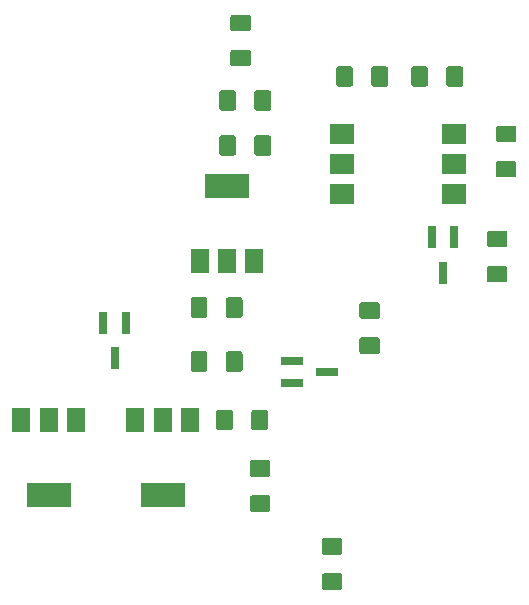
<source format=gbr>
G04 #@! TF.GenerationSoftware,KiCad,Pcbnew,(5.1.2)-2*
G04 #@! TF.CreationDate,2019-08-08T10:37:34+12:00*
G04 #@! TF.ProjectId,Shutter_Driver,53687574-7465-4725-9f44-72697665722e,rev?*
G04 #@! TF.SameCoordinates,Original*
G04 #@! TF.FileFunction,Paste,Top*
G04 #@! TF.FilePolarity,Positive*
%FSLAX46Y46*%
G04 Gerber Fmt 4.6, Leading zero omitted, Abs format (unit mm)*
G04 Created by KiCad (PCBNEW (5.1.2)-2) date 2019-08-08 10:37:34*
%MOMM*%
%LPD*%
G04 APERTURE LIST*
%ADD10R,2.000000X1.780000*%
%ADD11C,0.100000*%
%ADD12C,1.425000*%
%ADD13R,1.500000X2.000000*%
%ADD14R,3.800000X2.000000*%
%ADD15R,1.900000X0.800000*%
%ADD16R,0.800000X1.900000*%
G04 APERTURE END LIST*
D10*
X96332000Y-58674000D03*
X86802000Y-63754000D03*
X96332000Y-61214000D03*
X86802000Y-61214000D03*
X96332000Y-63754000D03*
X86802000Y-58674000D03*
D11*
G36*
X77358504Y-82057204D02*
G01*
X77382773Y-82060804D01*
X77406571Y-82066765D01*
X77429671Y-82075030D01*
X77451849Y-82085520D01*
X77472893Y-82098133D01*
X77492598Y-82112747D01*
X77510777Y-82129223D01*
X77527253Y-82147402D01*
X77541867Y-82167107D01*
X77554480Y-82188151D01*
X77564970Y-82210329D01*
X77573235Y-82233429D01*
X77579196Y-82257227D01*
X77582796Y-82281496D01*
X77584000Y-82306000D01*
X77584000Y-83556000D01*
X77582796Y-83580504D01*
X77579196Y-83604773D01*
X77573235Y-83628571D01*
X77564970Y-83651671D01*
X77554480Y-83673849D01*
X77541867Y-83694893D01*
X77527253Y-83714598D01*
X77510777Y-83732777D01*
X77492598Y-83749253D01*
X77472893Y-83763867D01*
X77451849Y-83776480D01*
X77429671Y-83786970D01*
X77406571Y-83795235D01*
X77382773Y-83801196D01*
X77358504Y-83804796D01*
X77334000Y-83806000D01*
X76409000Y-83806000D01*
X76384496Y-83804796D01*
X76360227Y-83801196D01*
X76336429Y-83795235D01*
X76313329Y-83786970D01*
X76291151Y-83776480D01*
X76270107Y-83763867D01*
X76250402Y-83749253D01*
X76232223Y-83732777D01*
X76215747Y-83714598D01*
X76201133Y-83694893D01*
X76188520Y-83673849D01*
X76178030Y-83651671D01*
X76169765Y-83628571D01*
X76163804Y-83604773D01*
X76160204Y-83580504D01*
X76159000Y-83556000D01*
X76159000Y-82306000D01*
X76160204Y-82281496D01*
X76163804Y-82257227D01*
X76169765Y-82233429D01*
X76178030Y-82210329D01*
X76188520Y-82188151D01*
X76201133Y-82167107D01*
X76215747Y-82147402D01*
X76232223Y-82129223D01*
X76250402Y-82112747D01*
X76270107Y-82098133D01*
X76291151Y-82085520D01*
X76313329Y-82075030D01*
X76336429Y-82066765D01*
X76360227Y-82060804D01*
X76384496Y-82057204D01*
X76409000Y-82056000D01*
X77334000Y-82056000D01*
X77358504Y-82057204D01*
X77358504Y-82057204D01*
G37*
D12*
X76871500Y-82931000D03*
D11*
G36*
X80333504Y-82057204D02*
G01*
X80357773Y-82060804D01*
X80381571Y-82066765D01*
X80404671Y-82075030D01*
X80426849Y-82085520D01*
X80447893Y-82098133D01*
X80467598Y-82112747D01*
X80485777Y-82129223D01*
X80502253Y-82147402D01*
X80516867Y-82167107D01*
X80529480Y-82188151D01*
X80539970Y-82210329D01*
X80548235Y-82233429D01*
X80554196Y-82257227D01*
X80557796Y-82281496D01*
X80559000Y-82306000D01*
X80559000Y-83556000D01*
X80557796Y-83580504D01*
X80554196Y-83604773D01*
X80548235Y-83628571D01*
X80539970Y-83651671D01*
X80529480Y-83673849D01*
X80516867Y-83694893D01*
X80502253Y-83714598D01*
X80485777Y-83732777D01*
X80467598Y-83749253D01*
X80447893Y-83763867D01*
X80426849Y-83776480D01*
X80404671Y-83786970D01*
X80381571Y-83795235D01*
X80357773Y-83801196D01*
X80333504Y-83804796D01*
X80309000Y-83806000D01*
X79384000Y-83806000D01*
X79359496Y-83804796D01*
X79335227Y-83801196D01*
X79311429Y-83795235D01*
X79288329Y-83786970D01*
X79266151Y-83776480D01*
X79245107Y-83763867D01*
X79225402Y-83749253D01*
X79207223Y-83732777D01*
X79190747Y-83714598D01*
X79176133Y-83694893D01*
X79163520Y-83673849D01*
X79153030Y-83651671D01*
X79144765Y-83628571D01*
X79138804Y-83604773D01*
X79135204Y-83580504D01*
X79134000Y-83556000D01*
X79134000Y-82306000D01*
X79135204Y-82281496D01*
X79138804Y-82257227D01*
X79144765Y-82233429D01*
X79153030Y-82210329D01*
X79163520Y-82188151D01*
X79176133Y-82167107D01*
X79190747Y-82147402D01*
X79207223Y-82129223D01*
X79225402Y-82112747D01*
X79245107Y-82098133D01*
X79266151Y-82085520D01*
X79288329Y-82075030D01*
X79311429Y-82066765D01*
X79335227Y-82060804D01*
X79359496Y-82057204D01*
X79384000Y-82056000D01*
X80309000Y-82056000D01*
X80333504Y-82057204D01*
X80333504Y-82057204D01*
G37*
D12*
X79846500Y-82931000D03*
D11*
G36*
X89803504Y-72948704D02*
G01*
X89827773Y-72952304D01*
X89851571Y-72958265D01*
X89874671Y-72966530D01*
X89896849Y-72977020D01*
X89917893Y-72989633D01*
X89937598Y-73004247D01*
X89955777Y-73020723D01*
X89972253Y-73038902D01*
X89986867Y-73058607D01*
X89999480Y-73079651D01*
X90009970Y-73101829D01*
X90018235Y-73124929D01*
X90024196Y-73148727D01*
X90027796Y-73172996D01*
X90029000Y-73197500D01*
X90029000Y-74122500D01*
X90027796Y-74147004D01*
X90024196Y-74171273D01*
X90018235Y-74195071D01*
X90009970Y-74218171D01*
X89999480Y-74240349D01*
X89986867Y-74261393D01*
X89972253Y-74281098D01*
X89955777Y-74299277D01*
X89937598Y-74315753D01*
X89917893Y-74330367D01*
X89896849Y-74342980D01*
X89874671Y-74353470D01*
X89851571Y-74361735D01*
X89827773Y-74367696D01*
X89803504Y-74371296D01*
X89779000Y-74372500D01*
X88529000Y-74372500D01*
X88504496Y-74371296D01*
X88480227Y-74367696D01*
X88456429Y-74361735D01*
X88433329Y-74353470D01*
X88411151Y-74342980D01*
X88390107Y-74330367D01*
X88370402Y-74315753D01*
X88352223Y-74299277D01*
X88335747Y-74281098D01*
X88321133Y-74261393D01*
X88308520Y-74240349D01*
X88298030Y-74218171D01*
X88289765Y-74195071D01*
X88283804Y-74171273D01*
X88280204Y-74147004D01*
X88279000Y-74122500D01*
X88279000Y-73197500D01*
X88280204Y-73172996D01*
X88283804Y-73148727D01*
X88289765Y-73124929D01*
X88298030Y-73101829D01*
X88308520Y-73079651D01*
X88321133Y-73058607D01*
X88335747Y-73038902D01*
X88352223Y-73020723D01*
X88370402Y-73004247D01*
X88390107Y-72989633D01*
X88411151Y-72977020D01*
X88433329Y-72966530D01*
X88456429Y-72958265D01*
X88480227Y-72952304D01*
X88504496Y-72948704D01*
X88529000Y-72947500D01*
X89779000Y-72947500D01*
X89803504Y-72948704D01*
X89803504Y-72948704D01*
G37*
D12*
X89154000Y-73660000D03*
D11*
G36*
X89803504Y-75923704D02*
G01*
X89827773Y-75927304D01*
X89851571Y-75933265D01*
X89874671Y-75941530D01*
X89896849Y-75952020D01*
X89917893Y-75964633D01*
X89937598Y-75979247D01*
X89955777Y-75995723D01*
X89972253Y-76013902D01*
X89986867Y-76033607D01*
X89999480Y-76054651D01*
X90009970Y-76076829D01*
X90018235Y-76099929D01*
X90024196Y-76123727D01*
X90027796Y-76147996D01*
X90029000Y-76172500D01*
X90029000Y-77097500D01*
X90027796Y-77122004D01*
X90024196Y-77146273D01*
X90018235Y-77170071D01*
X90009970Y-77193171D01*
X89999480Y-77215349D01*
X89986867Y-77236393D01*
X89972253Y-77256098D01*
X89955777Y-77274277D01*
X89937598Y-77290753D01*
X89917893Y-77305367D01*
X89896849Y-77317980D01*
X89874671Y-77328470D01*
X89851571Y-77336735D01*
X89827773Y-77342696D01*
X89803504Y-77346296D01*
X89779000Y-77347500D01*
X88529000Y-77347500D01*
X88504496Y-77346296D01*
X88480227Y-77342696D01*
X88456429Y-77336735D01*
X88433329Y-77328470D01*
X88411151Y-77317980D01*
X88390107Y-77305367D01*
X88370402Y-77290753D01*
X88352223Y-77274277D01*
X88335747Y-77256098D01*
X88321133Y-77236393D01*
X88308520Y-77215349D01*
X88298030Y-77193171D01*
X88289765Y-77170071D01*
X88283804Y-77146273D01*
X88280204Y-77122004D01*
X88279000Y-77097500D01*
X88279000Y-76172500D01*
X88280204Y-76147996D01*
X88283804Y-76123727D01*
X88289765Y-76099929D01*
X88298030Y-76076829D01*
X88308520Y-76054651D01*
X88321133Y-76033607D01*
X88335747Y-76013902D01*
X88352223Y-75995723D01*
X88370402Y-75979247D01*
X88390107Y-75964633D01*
X88411151Y-75952020D01*
X88433329Y-75941530D01*
X88456429Y-75933265D01*
X88480227Y-75927304D01*
X88504496Y-75923704D01*
X88529000Y-75922500D01*
X89779000Y-75922500D01*
X89803504Y-75923704D01*
X89803504Y-75923704D01*
G37*
D12*
X89154000Y-76635000D03*
D13*
X73928000Y-82956000D03*
X69328000Y-82956000D03*
X71628000Y-82956000D03*
D14*
X71628000Y-89256000D03*
D13*
X64276000Y-82956000D03*
X59676000Y-82956000D03*
X61976000Y-82956000D03*
D14*
X61976000Y-89256000D03*
D13*
X74789000Y-69444000D03*
X79389000Y-69444000D03*
X77089000Y-69444000D03*
D14*
X77089000Y-63144000D03*
D11*
G36*
X101360504Y-57999204D02*
G01*
X101384773Y-58002804D01*
X101408571Y-58008765D01*
X101431671Y-58017030D01*
X101453849Y-58027520D01*
X101474893Y-58040133D01*
X101494598Y-58054747D01*
X101512777Y-58071223D01*
X101529253Y-58089402D01*
X101543867Y-58109107D01*
X101556480Y-58130151D01*
X101566970Y-58152329D01*
X101575235Y-58175429D01*
X101581196Y-58199227D01*
X101584796Y-58223496D01*
X101586000Y-58248000D01*
X101586000Y-59173000D01*
X101584796Y-59197504D01*
X101581196Y-59221773D01*
X101575235Y-59245571D01*
X101566970Y-59268671D01*
X101556480Y-59290849D01*
X101543867Y-59311893D01*
X101529253Y-59331598D01*
X101512777Y-59349777D01*
X101494598Y-59366253D01*
X101474893Y-59380867D01*
X101453849Y-59393480D01*
X101431671Y-59403970D01*
X101408571Y-59412235D01*
X101384773Y-59418196D01*
X101360504Y-59421796D01*
X101336000Y-59423000D01*
X100086000Y-59423000D01*
X100061496Y-59421796D01*
X100037227Y-59418196D01*
X100013429Y-59412235D01*
X99990329Y-59403970D01*
X99968151Y-59393480D01*
X99947107Y-59380867D01*
X99927402Y-59366253D01*
X99909223Y-59349777D01*
X99892747Y-59331598D01*
X99878133Y-59311893D01*
X99865520Y-59290849D01*
X99855030Y-59268671D01*
X99846765Y-59245571D01*
X99840804Y-59221773D01*
X99837204Y-59197504D01*
X99836000Y-59173000D01*
X99836000Y-58248000D01*
X99837204Y-58223496D01*
X99840804Y-58199227D01*
X99846765Y-58175429D01*
X99855030Y-58152329D01*
X99865520Y-58130151D01*
X99878133Y-58109107D01*
X99892747Y-58089402D01*
X99909223Y-58071223D01*
X99927402Y-58054747D01*
X99947107Y-58040133D01*
X99968151Y-58027520D01*
X99990329Y-58017030D01*
X100013429Y-58008765D01*
X100037227Y-58002804D01*
X100061496Y-57999204D01*
X100086000Y-57998000D01*
X101336000Y-57998000D01*
X101360504Y-57999204D01*
X101360504Y-57999204D01*
G37*
D12*
X100711000Y-58710500D03*
D11*
G36*
X101360504Y-60974204D02*
G01*
X101384773Y-60977804D01*
X101408571Y-60983765D01*
X101431671Y-60992030D01*
X101453849Y-61002520D01*
X101474893Y-61015133D01*
X101494598Y-61029747D01*
X101512777Y-61046223D01*
X101529253Y-61064402D01*
X101543867Y-61084107D01*
X101556480Y-61105151D01*
X101566970Y-61127329D01*
X101575235Y-61150429D01*
X101581196Y-61174227D01*
X101584796Y-61198496D01*
X101586000Y-61223000D01*
X101586000Y-62148000D01*
X101584796Y-62172504D01*
X101581196Y-62196773D01*
X101575235Y-62220571D01*
X101566970Y-62243671D01*
X101556480Y-62265849D01*
X101543867Y-62286893D01*
X101529253Y-62306598D01*
X101512777Y-62324777D01*
X101494598Y-62341253D01*
X101474893Y-62355867D01*
X101453849Y-62368480D01*
X101431671Y-62378970D01*
X101408571Y-62387235D01*
X101384773Y-62393196D01*
X101360504Y-62396796D01*
X101336000Y-62398000D01*
X100086000Y-62398000D01*
X100061496Y-62396796D01*
X100037227Y-62393196D01*
X100013429Y-62387235D01*
X99990329Y-62378970D01*
X99968151Y-62368480D01*
X99947107Y-62355867D01*
X99927402Y-62341253D01*
X99909223Y-62324777D01*
X99892747Y-62306598D01*
X99878133Y-62286893D01*
X99865520Y-62265849D01*
X99855030Y-62243671D01*
X99846765Y-62220571D01*
X99840804Y-62196773D01*
X99837204Y-62172504D01*
X99836000Y-62148000D01*
X99836000Y-61223000D01*
X99837204Y-61198496D01*
X99840804Y-61174227D01*
X99846765Y-61150429D01*
X99855030Y-61127329D01*
X99865520Y-61105151D01*
X99878133Y-61084107D01*
X99892747Y-61064402D01*
X99909223Y-61046223D01*
X99927402Y-61029747D01*
X99947107Y-61015133D01*
X99968151Y-61002520D01*
X99990329Y-60992030D01*
X100013429Y-60983765D01*
X100037227Y-60977804D01*
X100061496Y-60974204D01*
X100086000Y-60973000D01*
X101336000Y-60973000D01*
X101360504Y-60974204D01*
X101360504Y-60974204D01*
G37*
D12*
X100711000Y-61685500D03*
D15*
X85574000Y-78867000D03*
X82574000Y-79817000D03*
X82574000Y-77917000D03*
D16*
X95377000Y-70461000D03*
X94427000Y-67461000D03*
X96327000Y-67461000D03*
X67564000Y-77700000D03*
X66614000Y-74700000D03*
X68514000Y-74700000D03*
D11*
G36*
X78174504Y-77104204D02*
G01*
X78198773Y-77107804D01*
X78222571Y-77113765D01*
X78245671Y-77122030D01*
X78267849Y-77132520D01*
X78288893Y-77145133D01*
X78308598Y-77159747D01*
X78326777Y-77176223D01*
X78343253Y-77194402D01*
X78357867Y-77214107D01*
X78370480Y-77235151D01*
X78380970Y-77257329D01*
X78389235Y-77280429D01*
X78395196Y-77304227D01*
X78398796Y-77328496D01*
X78400000Y-77353000D01*
X78400000Y-78603000D01*
X78398796Y-78627504D01*
X78395196Y-78651773D01*
X78389235Y-78675571D01*
X78380970Y-78698671D01*
X78370480Y-78720849D01*
X78357867Y-78741893D01*
X78343253Y-78761598D01*
X78326777Y-78779777D01*
X78308598Y-78796253D01*
X78288893Y-78810867D01*
X78267849Y-78823480D01*
X78245671Y-78833970D01*
X78222571Y-78842235D01*
X78198773Y-78848196D01*
X78174504Y-78851796D01*
X78150000Y-78853000D01*
X77225000Y-78853000D01*
X77200496Y-78851796D01*
X77176227Y-78848196D01*
X77152429Y-78842235D01*
X77129329Y-78833970D01*
X77107151Y-78823480D01*
X77086107Y-78810867D01*
X77066402Y-78796253D01*
X77048223Y-78779777D01*
X77031747Y-78761598D01*
X77017133Y-78741893D01*
X77004520Y-78720849D01*
X76994030Y-78698671D01*
X76985765Y-78675571D01*
X76979804Y-78651773D01*
X76976204Y-78627504D01*
X76975000Y-78603000D01*
X76975000Y-77353000D01*
X76976204Y-77328496D01*
X76979804Y-77304227D01*
X76985765Y-77280429D01*
X76994030Y-77257329D01*
X77004520Y-77235151D01*
X77017133Y-77214107D01*
X77031747Y-77194402D01*
X77048223Y-77176223D01*
X77066402Y-77159747D01*
X77086107Y-77145133D01*
X77107151Y-77132520D01*
X77129329Y-77122030D01*
X77152429Y-77113765D01*
X77176227Y-77107804D01*
X77200496Y-77104204D01*
X77225000Y-77103000D01*
X78150000Y-77103000D01*
X78174504Y-77104204D01*
X78174504Y-77104204D01*
G37*
D12*
X77687500Y-77978000D03*
D11*
G36*
X75199504Y-77104204D02*
G01*
X75223773Y-77107804D01*
X75247571Y-77113765D01*
X75270671Y-77122030D01*
X75292849Y-77132520D01*
X75313893Y-77145133D01*
X75333598Y-77159747D01*
X75351777Y-77176223D01*
X75368253Y-77194402D01*
X75382867Y-77214107D01*
X75395480Y-77235151D01*
X75405970Y-77257329D01*
X75414235Y-77280429D01*
X75420196Y-77304227D01*
X75423796Y-77328496D01*
X75425000Y-77353000D01*
X75425000Y-78603000D01*
X75423796Y-78627504D01*
X75420196Y-78651773D01*
X75414235Y-78675571D01*
X75405970Y-78698671D01*
X75395480Y-78720849D01*
X75382867Y-78741893D01*
X75368253Y-78761598D01*
X75351777Y-78779777D01*
X75333598Y-78796253D01*
X75313893Y-78810867D01*
X75292849Y-78823480D01*
X75270671Y-78833970D01*
X75247571Y-78842235D01*
X75223773Y-78848196D01*
X75199504Y-78851796D01*
X75175000Y-78853000D01*
X74250000Y-78853000D01*
X74225496Y-78851796D01*
X74201227Y-78848196D01*
X74177429Y-78842235D01*
X74154329Y-78833970D01*
X74132151Y-78823480D01*
X74111107Y-78810867D01*
X74091402Y-78796253D01*
X74073223Y-78779777D01*
X74056747Y-78761598D01*
X74042133Y-78741893D01*
X74029520Y-78720849D01*
X74019030Y-78698671D01*
X74010765Y-78675571D01*
X74004804Y-78651773D01*
X74001204Y-78627504D01*
X74000000Y-78603000D01*
X74000000Y-77353000D01*
X74001204Y-77328496D01*
X74004804Y-77304227D01*
X74010765Y-77280429D01*
X74019030Y-77257329D01*
X74029520Y-77235151D01*
X74042133Y-77214107D01*
X74056747Y-77194402D01*
X74073223Y-77176223D01*
X74091402Y-77159747D01*
X74111107Y-77145133D01*
X74132151Y-77132520D01*
X74154329Y-77122030D01*
X74177429Y-77113765D01*
X74201227Y-77107804D01*
X74225496Y-77104204D01*
X74250000Y-77103000D01*
X75175000Y-77103000D01*
X75199504Y-77104204D01*
X75199504Y-77104204D01*
G37*
D12*
X74712500Y-77978000D03*
D11*
G36*
X80587504Y-58816204D02*
G01*
X80611773Y-58819804D01*
X80635571Y-58825765D01*
X80658671Y-58834030D01*
X80680849Y-58844520D01*
X80701893Y-58857133D01*
X80721598Y-58871747D01*
X80739777Y-58888223D01*
X80756253Y-58906402D01*
X80770867Y-58926107D01*
X80783480Y-58947151D01*
X80793970Y-58969329D01*
X80802235Y-58992429D01*
X80808196Y-59016227D01*
X80811796Y-59040496D01*
X80813000Y-59065000D01*
X80813000Y-60315000D01*
X80811796Y-60339504D01*
X80808196Y-60363773D01*
X80802235Y-60387571D01*
X80793970Y-60410671D01*
X80783480Y-60432849D01*
X80770867Y-60453893D01*
X80756253Y-60473598D01*
X80739777Y-60491777D01*
X80721598Y-60508253D01*
X80701893Y-60522867D01*
X80680849Y-60535480D01*
X80658671Y-60545970D01*
X80635571Y-60554235D01*
X80611773Y-60560196D01*
X80587504Y-60563796D01*
X80563000Y-60565000D01*
X79638000Y-60565000D01*
X79613496Y-60563796D01*
X79589227Y-60560196D01*
X79565429Y-60554235D01*
X79542329Y-60545970D01*
X79520151Y-60535480D01*
X79499107Y-60522867D01*
X79479402Y-60508253D01*
X79461223Y-60491777D01*
X79444747Y-60473598D01*
X79430133Y-60453893D01*
X79417520Y-60432849D01*
X79407030Y-60410671D01*
X79398765Y-60387571D01*
X79392804Y-60363773D01*
X79389204Y-60339504D01*
X79388000Y-60315000D01*
X79388000Y-59065000D01*
X79389204Y-59040496D01*
X79392804Y-59016227D01*
X79398765Y-58992429D01*
X79407030Y-58969329D01*
X79417520Y-58947151D01*
X79430133Y-58926107D01*
X79444747Y-58906402D01*
X79461223Y-58888223D01*
X79479402Y-58871747D01*
X79499107Y-58857133D01*
X79520151Y-58844520D01*
X79542329Y-58834030D01*
X79565429Y-58825765D01*
X79589227Y-58819804D01*
X79613496Y-58816204D01*
X79638000Y-58815000D01*
X80563000Y-58815000D01*
X80587504Y-58816204D01*
X80587504Y-58816204D01*
G37*
D12*
X80100500Y-59690000D03*
D11*
G36*
X77612504Y-58816204D02*
G01*
X77636773Y-58819804D01*
X77660571Y-58825765D01*
X77683671Y-58834030D01*
X77705849Y-58844520D01*
X77726893Y-58857133D01*
X77746598Y-58871747D01*
X77764777Y-58888223D01*
X77781253Y-58906402D01*
X77795867Y-58926107D01*
X77808480Y-58947151D01*
X77818970Y-58969329D01*
X77827235Y-58992429D01*
X77833196Y-59016227D01*
X77836796Y-59040496D01*
X77838000Y-59065000D01*
X77838000Y-60315000D01*
X77836796Y-60339504D01*
X77833196Y-60363773D01*
X77827235Y-60387571D01*
X77818970Y-60410671D01*
X77808480Y-60432849D01*
X77795867Y-60453893D01*
X77781253Y-60473598D01*
X77764777Y-60491777D01*
X77746598Y-60508253D01*
X77726893Y-60522867D01*
X77705849Y-60535480D01*
X77683671Y-60545970D01*
X77660571Y-60554235D01*
X77636773Y-60560196D01*
X77612504Y-60563796D01*
X77588000Y-60565000D01*
X76663000Y-60565000D01*
X76638496Y-60563796D01*
X76614227Y-60560196D01*
X76590429Y-60554235D01*
X76567329Y-60545970D01*
X76545151Y-60535480D01*
X76524107Y-60522867D01*
X76504402Y-60508253D01*
X76486223Y-60491777D01*
X76469747Y-60473598D01*
X76455133Y-60453893D01*
X76442520Y-60432849D01*
X76432030Y-60410671D01*
X76423765Y-60387571D01*
X76417804Y-60363773D01*
X76414204Y-60339504D01*
X76413000Y-60315000D01*
X76413000Y-59065000D01*
X76414204Y-59040496D01*
X76417804Y-59016227D01*
X76423765Y-58992429D01*
X76432030Y-58969329D01*
X76442520Y-58947151D01*
X76455133Y-58926107D01*
X76469747Y-58906402D01*
X76486223Y-58888223D01*
X76504402Y-58871747D01*
X76524107Y-58857133D01*
X76545151Y-58844520D01*
X76567329Y-58834030D01*
X76590429Y-58825765D01*
X76614227Y-58819804D01*
X76638496Y-58816204D01*
X76663000Y-58815000D01*
X77588000Y-58815000D01*
X77612504Y-58816204D01*
X77612504Y-58816204D01*
G37*
D12*
X77125500Y-59690000D03*
D11*
G36*
X78174504Y-72532204D02*
G01*
X78198773Y-72535804D01*
X78222571Y-72541765D01*
X78245671Y-72550030D01*
X78267849Y-72560520D01*
X78288893Y-72573133D01*
X78308598Y-72587747D01*
X78326777Y-72604223D01*
X78343253Y-72622402D01*
X78357867Y-72642107D01*
X78370480Y-72663151D01*
X78380970Y-72685329D01*
X78389235Y-72708429D01*
X78395196Y-72732227D01*
X78398796Y-72756496D01*
X78400000Y-72781000D01*
X78400000Y-74031000D01*
X78398796Y-74055504D01*
X78395196Y-74079773D01*
X78389235Y-74103571D01*
X78380970Y-74126671D01*
X78370480Y-74148849D01*
X78357867Y-74169893D01*
X78343253Y-74189598D01*
X78326777Y-74207777D01*
X78308598Y-74224253D01*
X78288893Y-74238867D01*
X78267849Y-74251480D01*
X78245671Y-74261970D01*
X78222571Y-74270235D01*
X78198773Y-74276196D01*
X78174504Y-74279796D01*
X78150000Y-74281000D01*
X77225000Y-74281000D01*
X77200496Y-74279796D01*
X77176227Y-74276196D01*
X77152429Y-74270235D01*
X77129329Y-74261970D01*
X77107151Y-74251480D01*
X77086107Y-74238867D01*
X77066402Y-74224253D01*
X77048223Y-74207777D01*
X77031747Y-74189598D01*
X77017133Y-74169893D01*
X77004520Y-74148849D01*
X76994030Y-74126671D01*
X76985765Y-74103571D01*
X76979804Y-74079773D01*
X76976204Y-74055504D01*
X76975000Y-74031000D01*
X76975000Y-72781000D01*
X76976204Y-72756496D01*
X76979804Y-72732227D01*
X76985765Y-72708429D01*
X76994030Y-72685329D01*
X77004520Y-72663151D01*
X77017133Y-72642107D01*
X77031747Y-72622402D01*
X77048223Y-72604223D01*
X77066402Y-72587747D01*
X77086107Y-72573133D01*
X77107151Y-72560520D01*
X77129329Y-72550030D01*
X77152429Y-72541765D01*
X77176227Y-72535804D01*
X77200496Y-72532204D01*
X77225000Y-72531000D01*
X78150000Y-72531000D01*
X78174504Y-72532204D01*
X78174504Y-72532204D01*
G37*
D12*
X77687500Y-73406000D03*
D11*
G36*
X75199504Y-72532204D02*
G01*
X75223773Y-72535804D01*
X75247571Y-72541765D01*
X75270671Y-72550030D01*
X75292849Y-72560520D01*
X75313893Y-72573133D01*
X75333598Y-72587747D01*
X75351777Y-72604223D01*
X75368253Y-72622402D01*
X75382867Y-72642107D01*
X75395480Y-72663151D01*
X75405970Y-72685329D01*
X75414235Y-72708429D01*
X75420196Y-72732227D01*
X75423796Y-72756496D01*
X75425000Y-72781000D01*
X75425000Y-74031000D01*
X75423796Y-74055504D01*
X75420196Y-74079773D01*
X75414235Y-74103571D01*
X75405970Y-74126671D01*
X75395480Y-74148849D01*
X75382867Y-74169893D01*
X75368253Y-74189598D01*
X75351777Y-74207777D01*
X75333598Y-74224253D01*
X75313893Y-74238867D01*
X75292849Y-74251480D01*
X75270671Y-74261970D01*
X75247571Y-74270235D01*
X75223773Y-74276196D01*
X75199504Y-74279796D01*
X75175000Y-74281000D01*
X74250000Y-74281000D01*
X74225496Y-74279796D01*
X74201227Y-74276196D01*
X74177429Y-74270235D01*
X74154329Y-74261970D01*
X74132151Y-74251480D01*
X74111107Y-74238867D01*
X74091402Y-74224253D01*
X74073223Y-74207777D01*
X74056747Y-74189598D01*
X74042133Y-74169893D01*
X74029520Y-74148849D01*
X74019030Y-74126671D01*
X74010765Y-74103571D01*
X74004804Y-74079773D01*
X74001204Y-74055504D01*
X74000000Y-74031000D01*
X74000000Y-72781000D01*
X74001204Y-72756496D01*
X74004804Y-72732227D01*
X74010765Y-72708429D01*
X74019030Y-72685329D01*
X74029520Y-72663151D01*
X74042133Y-72642107D01*
X74056747Y-72622402D01*
X74073223Y-72604223D01*
X74091402Y-72587747D01*
X74111107Y-72573133D01*
X74132151Y-72560520D01*
X74154329Y-72550030D01*
X74177429Y-72541765D01*
X74201227Y-72535804D01*
X74225496Y-72532204D01*
X74250000Y-72531000D01*
X75175000Y-72531000D01*
X75199504Y-72532204D01*
X75199504Y-72532204D01*
G37*
D12*
X74712500Y-73406000D03*
D11*
G36*
X77612504Y-55006204D02*
G01*
X77636773Y-55009804D01*
X77660571Y-55015765D01*
X77683671Y-55024030D01*
X77705849Y-55034520D01*
X77726893Y-55047133D01*
X77746598Y-55061747D01*
X77764777Y-55078223D01*
X77781253Y-55096402D01*
X77795867Y-55116107D01*
X77808480Y-55137151D01*
X77818970Y-55159329D01*
X77827235Y-55182429D01*
X77833196Y-55206227D01*
X77836796Y-55230496D01*
X77838000Y-55255000D01*
X77838000Y-56505000D01*
X77836796Y-56529504D01*
X77833196Y-56553773D01*
X77827235Y-56577571D01*
X77818970Y-56600671D01*
X77808480Y-56622849D01*
X77795867Y-56643893D01*
X77781253Y-56663598D01*
X77764777Y-56681777D01*
X77746598Y-56698253D01*
X77726893Y-56712867D01*
X77705849Y-56725480D01*
X77683671Y-56735970D01*
X77660571Y-56744235D01*
X77636773Y-56750196D01*
X77612504Y-56753796D01*
X77588000Y-56755000D01*
X76663000Y-56755000D01*
X76638496Y-56753796D01*
X76614227Y-56750196D01*
X76590429Y-56744235D01*
X76567329Y-56735970D01*
X76545151Y-56725480D01*
X76524107Y-56712867D01*
X76504402Y-56698253D01*
X76486223Y-56681777D01*
X76469747Y-56663598D01*
X76455133Y-56643893D01*
X76442520Y-56622849D01*
X76432030Y-56600671D01*
X76423765Y-56577571D01*
X76417804Y-56553773D01*
X76414204Y-56529504D01*
X76413000Y-56505000D01*
X76413000Y-55255000D01*
X76414204Y-55230496D01*
X76417804Y-55206227D01*
X76423765Y-55182429D01*
X76432030Y-55159329D01*
X76442520Y-55137151D01*
X76455133Y-55116107D01*
X76469747Y-55096402D01*
X76486223Y-55078223D01*
X76504402Y-55061747D01*
X76524107Y-55047133D01*
X76545151Y-55034520D01*
X76567329Y-55024030D01*
X76590429Y-55015765D01*
X76614227Y-55009804D01*
X76638496Y-55006204D01*
X76663000Y-55005000D01*
X77588000Y-55005000D01*
X77612504Y-55006204D01*
X77612504Y-55006204D01*
G37*
D12*
X77125500Y-55880000D03*
D11*
G36*
X80587504Y-55006204D02*
G01*
X80611773Y-55009804D01*
X80635571Y-55015765D01*
X80658671Y-55024030D01*
X80680849Y-55034520D01*
X80701893Y-55047133D01*
X80721598Y-55061747D01*
X80739777Y-55078223D01*
X80756253Y-55096402D01*
X80770867Y-55116107D01*
X80783480Y-55137151D01*
X80793970Y-55159329D01*
X80802235Y-55182429D01*
X80808196Y-55206227D01*
X80811796Y-55230496D01*
X80813000Y-55255000D01*
X80813000Y-56505000D01*
X80811796Y-56529504D01*
X80808196Y-56553773D01*
X80802235Y-56577571D01*
X80793970Y-56600671D01*
X80783480Y-56622849D01*
X80770867Y-56643893D01*
X80756253Y-56663598D01*
X80739777Y-56681777D01*
X80721598Y-56698253D01*
X80701893Y-56712867D01*
X80680849Y-56725480D01*
X80658671Y-56735970D01*
X80635571Y-56744235D01*
X80611773Y-56750196D01*
X80587504Y-56753796D01*
X80563000Y-56755000D01*
X79638000Y-56755000D01*
X79613496Y-56753796D01*
X79589227Y-56750196D01*
X79565429Y-56744235D01*
X79542329Y-56735970D01*
X79520151Y-56725480D01*
X79499107Y-56712867D01*
X79479402Y-56698253D01*
X79461223Y-56681777D01*
X79444747Y-56663598D01*
X79430133Y-56643893D01*
X79417520Y-56622849D01*
X79407030Y-56600671D01*
X79398765Y-56577571D01*
X79392804Y-56553773D01*
X79389204Y-56529504D01*
X79388000Y-56505000D01*
X79388000Y-55255000D01*
X79389204Y-55230496D01*
X79392804Y-55206227D01*
X79398765Y-55182429D01*
X79407030Y-55159329D01*
X79417520Y-55137151D01*
X79430133Y-55116107D01*
X79444747Y-55096402D01*
X79461223Y-55078223D01*
X79479402Y-55061747D01*
X79499107Y-55047133D01*
X79520151Y-55034520D01*
X79542329Y-55024030D01*
X79565429Y-55015765D01*
X79589227Y-55009804D01*
X79613496Y-55006204D01*
X79638000Y-55005000D01*
X80563000Y-55005000D01*
X80587504Y-55006204D01*
X80587504Y-55006204D01*
G37*
D12*
X80100500Y-55880000D03*
D11*
G36*
X86628504Y-95899204D02*
G01*
X86652773Y-95902804D01*
X86676571Y-95908765D01*
X86699671Y-95917030D01*
X86721849Y-95927520D01*
X86742893Y-95940133D01*
X86762598Y-95954747D01*
X86780777Y-95971223D01*
X86797253Y-95989402D01*
X86811867Y-96009107D01*
X86824480Y-96030151D01*
X86834970Y-96052329D01*
X86843235Y-96075429D01*
X86849196Y-96099227D01*
X86852796Y-96123496D01*
X86854000Y-96148000D01*
X86854000Y-97073000D01*
X86852796Y-97097504D01*
X86849196Y-97121773D01*
X86843235Y-97145571D01*
X86834970Y-97168671D01*
X86824480Y-97190849D01*
X86811867Y-97211893D01*
X86797253Y-97231598D01*
X86780777Y-97249777D01*
X86762598Y-97266253D01*
X86742893Y-97280867D01*
X86721849Y-97293480D01*
X86699671Y-97303970D01*
X86676571Y-97312235D01*
X86652773Y-97318196D01*
X86628504Y-97321796D01*
X86604000Y-97323000D01*
X85354000Y-97323000D01*
X85329496Y-97321796D01*
X85305227Y-97318196D01*
X85281429Y-97312235D01*
X85258329Y-97303970D01*
X85236151Y-97293480D01*
X85215107Y-97280867D01*
X85195402Y-97266253D01*
X85177223Y-97249777D01*
X85160747Y-97231598D01*
X85146133Y-97211893D01*
X85133520Y-97190849D01*
X85123030Y-97168671D01*
X85114765Y-97145571D01*
X85108804Y-97121773D01*
X85105204Y-97097504D01*
X85104000Y-97073000D01*
X85104000Y-96148000D01*
X85105204Y-96123496D01*
X85108804Y-96099227D01*
X85114765Y-96075429D01*
X85123030Y-96052329D01*
X85133520Y-96030151D01*
X85146133Y-96009107D01*
X85160747Y-95989402D01*
X85177223Y-95971223D01*
X85195402Y-95954747D01*
X85215107Y-95940133D01*
X85236151Y-95927520D01*
X85258329Y-95917030D01*
X85281429Y-95908765D01*
X85305227Y-95902804D01*
X85329496Y-95899204D01*
X85354000Y-95898000D01*
X86604000Y-95898000D01*
X86628504Y-95899204D01*
X86628504Y-95899204D01*
G37*
D12*
X85979000Y-96610500D03*
D11*
G36*
X86628504Y-92924204D02*
G01*
X86652773Y-92927804D01*
X86676571Y-92933765D01*
X86699671Y-92942030D01*
X86721849Y-92952520D01*
X86742893Y-92965133D01*
X86762598Y-92979747D01*
X86780777Y-92996223D01*
X86797253Y-93014402D01*
X86811867Y-93034107D01*
X86824480Y-93055151D01*
X86834970Y-93077329D01*
X86843235Y-93100429D01*
X86849196Y-93124227D01*
X86852796Y-93148496D01*
X86854000Y-93173000D01*
X86854000Y-94098000D01*
X86852796Y-94122504D01*
X86849196Y-94146773D01*
X86843235Y-94170571D01*
X86834970Y-94193671D01*
X86824480Y-94215849D01*
X86811867Y-94236893D01*
X86797253Y-94256598D01*
X86780777Y-94274777D01*
X86762598Y-94291253D01*
X86742893Y-94305867D01*
X86721849Y-94318480D01*
X86699671Y-94328970D01*
X86676571Y-94337235D01*
X86652773Y-94343196D01*
X86628504Y-94346796D01*
X86604000Y-94348000D01*
X85354000Y-94348000D01*
X85329496Y-94346796D01*
X85305227Y-94343196D01*
X85281429Y-94337235D01*
X85258329Y-94328970D01*
X85236151Y-94318480D01*
X85215107Y-94305867D01*
X85195402Y-94291253D01*
X85177223Y-94274777D01*
X85160747Y-94256598D01*
X85146133Y-94236893D01*
X85133520Y-94215849D01*
X85123030Y-94193671D01*
X85114765Y-94170571D01*
X85108804Y-94146773D01*
X85105204Y-94122504D01*
X85104000Y-94098000D01*
X85104000Y-93173000D01*
X85105204Y-93148496D01*
X85108804Y-93124227D01*
X85114765Y-93100429D01*
X85123030Y-93077329D01*
X85133520Y-93055151D01*
X85146133Y-93034107D01*
X85160747Y-93014402D01*
X85177223Y-92996223D01*
X85195402Y-92979747D01*
X85215107Y-92965133D01*
X85236151Y-92952520D01*
X85258329Y-92942030D01*
X85281429Y-92933765D01*
X85305227Y-92927804D01*
X85329496Y-92924204D01*
X85354000Y-92923000D01*
X86604000Y-92923000D01*
X86628504Y-92924204D01*
X86628504Y-92924204D01*
G37*
D12*
X85979000Y-93635500D03*
D11*
G36*
X80532504Y-86320204D02*
G01*
X80556773Y-86323804D01*
X80580571Y-86329765D01*
X80603671Y-86338030D01*
X80625849Y-86348520D01*
X80646893Y-86361133D01*
X80666598Y-86375747D01*
X80684777Y-86392223D01*
X80701253Y-86410402D01*
X80715867Y-86430107D01*
X80728480Y-86451151D01*
X80738970Y-86473329D01*
X80747235Y-86496429D01*
X80753196Y-86520227D01*
X80756796Y-86544496D01*
X80758000Y-86569000D01*
X80758000Y-87494000D01*
X80756796Y-87518504D01*
X80753196Y-87542773D01*
X80747235Y-87566571D01*
X80738970Y-87589671D01*
X80728480Y-87611849D01*
X80715867Y-87632893D01*
X80701253Y-87652598D01*
X80684777Y-87670777D01*
X80666598Y-87687253D01*
X80646893Y-87701867D01*
X80625849Y-87714480D01*
X80603671Y-87724970D01*
X80580571Y-87733235D01*
X80556773Y-87739196D01*
X80532504Y-87742796D01*
X80508000Y-87744000D01*
X79258000Y-87744000D01*
X79233496Y-87742796D01*
X79209227Y-87739196D01*
X79185429Y-87733235D01*
X79162329Y-87724970D01*
X79140151Y-87714480D01*
X79119107Y-87701867D01*
X79099402Y-87687253D01*
X79081223Y-87670777D01*
X79064747Y-87652598D01*
X79050133Y-87632893D01*
X79037520Y-87611849D01*
X79027030Y-87589671D01*
X79018765Y-87566571D01*
X79012804Y-87542773D01*
X79009204Y-87518504D01*
X79008000Y-87494000D01*
X79008000Y-86569000D01*
X79009204Y-86544496D01*
X79012804Y-86520227D01*
X79018765Y-86496429D01*
X79027030Y-86473329D01*
X79037520Y-86451151D01*
X79050133Y-86430107D01*
X79064747Y-86410402D01*
X79081223Y-86392223D01*
X79099402Y-86375747D01*
X79119107Y-86361133D01*
X79140151Y-86348520D01*
X79162329Y-86338030D01*
X79185429Y-86329765D01*
X79209227Y-86323804D01*
X79233496Y-86320204D01*
X79258000Y-86319000D01*
X80508000Y-86319000D01*
X80532504Y-86320204D01*
X80532504Y-86320204D01*
G37*
D12*
X79883000Y-87031500D03*
D11*
G36*
X80532504Y-89295204D02*
G01*
X80556773Y-89298804D01*
X80580571Y-89304765D01*
X80603671Y-89313030D01*
X80625849Y-89323520D01*
X80646893Y-89336133D01*
X80666598Y-89350747D01*
X80684777Y-89367223D01*
X80701253Y-89385402D01*
X80715867Y-89405107D01*
X80728480Y-89426151D01*
X80738970Y-89448329D01*
X80747235Y-89471429D01*
X80753196Y-89495227D01*
X80756796Y-89519496D01*
X80758000Y-89544000D01*
X80758000Y-90469000D01*
X80756796Y-90493504D01*
X80753196Y-90517773D01*
X80747235Y-90541571D01*
X80738970Y-90564671D01*
X80728480Y-90586849D01*
X80715867Y-90607893D01*
X80701253Y-90627598D01*
X80684777Y-90645777D01*
X80666598Y-90662253D01*
X80646893Y-90676867D01*
X80625849Y-90689480D01*
X80603671Y-90699970D01*
X80580571Y-90708235D01*
X80556773Y-90714196D01*
X80532504Y-90717796D01*
X80508000Y-90719000D01*
X79258000Y-90719000D01*
X79233496Y-90717796D01*
X79209227Y-90714196D01*
X79185429Y-90708235D01*
X79162329Y-90699970D01*
X79140151Y-90689480D01*
X79119107Y-90676867D01*
X79099402Y-90662253D01*
X79081223Y-90645777D01*
X79064747Y-90627598D01*
X79050133Y-90607893D01*
X79037520Y-90586849D01*
X79027030Y-90564671D01*
X79018765Y-90541571D01*
X79012804Y-90517773D01*
X79009204Y-90493504D01*
X79008000Y-90469000D01*
X79008000Y-89544000D01*
X79009204Y-89519496D01*
X79012804Y-89495227D01*
X79018765Y-89471429D01*
X79027030Y-89448329D01*
X79037520Y-89426151D01*
X79050133Y-89405107D01*
X79064747Y-89385402D01*
X79081223Y-89367223D01*
X79099402Y-89350747D01*
X79119107Y-89336133D01*
X79140151Y-89323520D01*
X79162329Y-89313030D01*
X79185429Y-89304765D01*
X79209227Y-89298804D01*
X79233496Y-89295204D01*
X79258000Y-89294000D01*
X80508000Y-89294000D01*
X80532504Y-89295204D01*
X80532504Y-89295204D01*
G37*
D12*
X79883000Y-90006500D03*
D11*
G36*
X78881504Y-51576204D02*
G01*
X78905773Y-51579804D01*
X78929571Y-51585765D01*
X78952671Y-51594030D01*
X78974849Y-51604520D01*
X78995893Y-51617133D01*
X79015598Y-51631747D01*
X79033777Y-51648223D01*
X79050253Y-51666402D01*
X79064867Y-51686107D01*
X79077480Y-51707151D01*
X79087970Y-51729329D01*
X79096235Y-51752429D01*
X79102196Y-51776227D01*
X79105796Y-51800496D01*
X79107000Y-51825000D01*
X79107000Y-52750000D01*
X79105796Y-52774504D01*
X79102196Y-52798773D01*
X79096235Y-52822571D01*
X79087970Y-52845671D01*
X79077480Y-52867849D01*
X79064867Y-52888893D01*
X79050253Y-52908598D01*
X79033777Y-52926777D01*
X79015598Y-52943253D01*
X78995893Y-52957867D01*
X78974849Y-52970480D01*
X78952671Y-52980970D01*
X78929571Y-52989235D01*
X78905773Y-52995196D01*
X78881504Y-52998796D01*
X78857000Y-53000000D01*
X77607000Y-53000000D01*
X77582496Y-52998796D01*
X77558227Y-52995196D01*
X77534429Y-52989235D01*
X77511329Y-52980970D01*
X77489151Y-52970480D01*
X77468107Y-52957867D01*
X77448402Y-52943253D01*
X77430223Y-52926777D01*
X77413747Y-52908598D01*
X77399133Y-52888893D01*
X77386520Y-52867849D01*
X77376030Y-52845671D01*
X77367765Y-52822571D01*
X77361804Y-52798773D01*
X77358204Y-52774504D01*
X77357000Y-52750000D01*
X77357000Y-51825000D01*
X77358204Y-51800496D01*
X77361804Y-51776227D01*
X77367765Y-51752429D01*
X77376030Y-51729329D01*
X77386520Y-51707151D01*
X77399133Y-51686107D01*
X77413747Y-51666402D01*
X77430223Y-51648223D01*
X77448402Y-51631747D01*
X77468107Y-51617133D01*
X77489151Y-51604520D01*
X77511329Y-51594030D01*
X77534429Y-51585765D01*
X77558227Y-51579804D01*
X77582496Y-51576204D01*
X77607000Y-51575000D01*
X78857000Y-51575000D01*
X78881504Y-51576204D01*
X78881504Y-51576204D01*
G37*
D12*
X78232000Y-52287500D03*
D11*
G36*
X78881504Y-48601204D02*
G01*
X78905773Y-48604804D01*
X78929571Y-48610765D01*
X78952671Y-48619030D01*
X78974849Y-48629520D01*
X78995893Y-48642133D01*
X79015598Y-48656747D01*
X79033777Y-48673223D01*
X79050253Y-48691402D01*
X79064867Y-48711107D01*
X79077480Y-48732151D01*
X79087970Y-48754329D01*
X79096235Y-48777429D01*
X79102196Y-48801227D01*
X79105796Y-48825496D01*
X79107000Y-48850000D01*
X79107000Y-49775000D01*
X79105796Y-49799504D01*
X79102196Y-49823773D01*
X79096235Y-49847571D01*
X79087970Y-49870671D01*
X79077480Y-49892849D01*
X79064867Y-49913893D01*
X79050253Y-49933598D01*
X79033777Y-49951777D01*
X79015598Y-49968253D01*
X78995893Y-49982867D01*
X78974849Y-49995480D01*
X78952671Y-50005970D01*
X78929571Y-50014235D01*
X78905773Y-50020196D01*
X78881504Y-50023796D01*
X78857000Y-50025000D01*
X77607000Y-50025000D01*
X77582496Y-50023796D01*
X77558227Y-50020196D01*
X77534429Y-50014235D01*
X77511329Y-50005970D01*
X77489151Y-49995480D01*
X77468107Y-49982867D01*
X77448402Y-49968253D01*
X77430223Y-49951777D01*
X77413747Y-49933598D01*
X77399133Y-49913893D01*
X77386520Y-49892849D01*
X77376030Y-49870671D01*
X77367765Y-49847571D01*
X77361804Y-49823773D01*
X77358204Y-49799504D01*
X77357000Y-49775000D01*
X77357000Y-48850000D01*
X77358204Y-48825496D01*
X77361804Y-48801227D01*
X77367765Y-48777429D01*
X77376030Y-48754329D01*
X77386520Y-48732151D01*
X77399133Y-48711107D01*
X77413747Y-48691402D01*
X77430223Y-48673223D01*
X77448402Y-48656747D01*
X77468107Y-48642133D01*
X77489151Y-48629520D01*
X77511329Y-48619030D01*
X77534429Y-48610765D01*
X77558227Y-48604804D01*
X77582496Y-48601204D01*
X77607000Y-48600000D01*
X78857000Y-48600000D01*
X78881504Y-48601204D01*
X78881504Y-48601204D01*
G37*
D12*
X78232000Y-49312500D03*
D11*
G36*
X96843504Y-52974204D02*
G01*
X96867773Y-52977804D01*
X96891571Y-52983765D01*
X96914671Y-52992030D01*
X96936849Y-53002520D01*
X96957893Y-53015133D01*
X96977598Y-53029747D01*
X96995777Y-53046223D01*
X97012253Y-53064402D01*
X97026867Y-53084107D01*
X97039480Y-53105151D01*
X97049970Y-53127329D01*
X97058235Y-53150429D01*
X97064196Y-53174227D01*
X97067796Y-53198496D01*
X97069000Y-53223000D01*
X97069000Y-54473000D01*
X97067796Y-54497504D01*
X97064196Y-54521773D01*
X97058235Y-54545571D01*
X97049970Y-54568671D01*
X97039480Y-54590849D01*
X97026867Y-54611893D01*
X97012253Y-54631598D01*
X96995777Y-54649777D01*
X96977598Y-54666253D01*
X96957893Y-54680867D01*
X96936849Y-54693480D01*
X96914671Y-54703970D01*
X96891571Y-54712235D01*
X96867773Y-54718196D01*
X96843504Y-54721796D01*
X96819000Y-54723000D01*
X95894000Y-54723000D01*
X95869496Y-54721796D01*
X95845227Y-54718196D01*
X95821429Y-54712235D01*
X95798329Y-54703970D01*
X95776151Y-54693480D01*
X95755107Y-54680867D01*
X95735402Y-54666253D01*
X95717223Y-54649777D01*
X95700747Y-54631598D01*
X95686133Y-54611893D01*
X95673520Y-54590849D01*
X95663030Y-54568671D01*
X95654765Y-54545571D01*
X95648804Y-54521773D01*
X95645204Y-54497504D01*
X95644000Y-54473000D01*
X95644000Y-53223000D01*
X95645204Y-53198496D01*
X95648804Y-53174227D01*
X95654765Y-53150429D01*
X95663030Y-53127329D01*
X95673520Y-53105151D01*
X95686133Y-53084107D01*
X95700747Y-53064402D01*
X95717223Y-53046223D01*
X95735402Y-53029747D01*
X95755107Y-53015133D01*
X95776151Y-53002520D01*
X95798329Y-52992030D01*
X95821429Y-52983765D01*
X95845227Y-52977804D01*
X95869496Y-52974204D01*
X95894000Y-52973000D01*
X96819000Y-52973000D01*
X96843504Y-52974204D01*
X96843504Y-52974204D01*
G37*
D12*
X96356500Y-53848000D03*
D11*
G36*
X93868504Y-52974204D02*
G01*
X93892773Y-52977804D01*
X93916571Y-52983765D01*
X93939671Y-52992030D01*
X93961849Y-53002520D01*
X93982893Y-53015133D01*
X94002598Y-53029747D01*
X94020777Y-53046223D01*
X94037253Y-53064402D01*
X94051867Y-53084107D01*
X94064480Y-53105151D01*
X94074970Y-53127329D01*
X94083235Y-53150429D01*
X94089196Y-53174227D01*
X94092796Y-53198496D01*
X94094000Y-53223000D01*
X94094000Y-54473000D01*
X94092796Y-54497504D01*
X94089196Y-54521773D01*
X94083235Y-54545571D01*
X94074970Y-54568671D01*
X94064480Y-54590849D01*
X94051867Y-54611893D01*
X94037253Y-54631598D01*
X94020777Y-54649777D01*
X94002598Y-54666253D01*
X93982893Y-54680867D01*
X93961849Y-54693480D01*
X93939671Y-54703970D01*
X93916571Y-54712235D01*
X93892773Y-54718196D01*
X93868504Y-54721796D01*
X93844000Y-54723000D01*
X92919000Y-54723000D01*
X92894496Y-54721796D01*
X92870227Y-54718196D01*
X92846429Y-54712235D01*
X92823329Y-54703970D01*
X92801151Y-54693480D01*
X92780107Y-54680867D01*
X92760402Y-54666253D01*
X92742223Y-54649777D01*
X92725747Y-54631598D01*
X92711133Y-54611893D01*
X92698520Y-54590849D01*
X92688030Y-54568671D01*
X92679765Y-54545571D01*
X92673804Y-54521773D01*
X92670204Y-54497504D01*
X92669000Y-54473000D01*
X92669000Y-53223000D01*
X92670204Y-53198496D01*
X92673804Y-53174227D01*
X92679765Y-53150429D01*
X92688030Y-53127329D01*
X92698520Y-53105151D01*
X92711133Y-53084107D01*
X92725747Y-53064402D01*
X92742223Y-53046223D01*
X92760402Y-53029747D01*
X92780107Y-53015133D01*
X92801151Y-53002520D01*
X92823329Y-52992030D01*
X92846429Y-52983765D01*
X92870227Y-52977804D01*
X92894496Y-52974204D01*
X92919000Y-52973000D01*
X93844000Y-52973000D01*
X93868504Y-52974204D01*
X93868504Y-52974204D01*
G37*
D12*
X93381500Y-53848000D03*
D11*
G36*
X87518504Y-52974204D02*
G01*
X87542773Y-52977804D01*
X87566571Y-52983765D01*
X87589671Y-52992030D01*
X87611849Y-53002520D01*
X87632893Y-53015133D01*
X87652598Y-53029747D01*
X87670777Y-53046223D01*
X87687253Y-53064402D01*
X87701867Y-53084107D01*
X87714480Y-53105151D01*
X87724970Y-53127329D01*
X87733235Y-53150429D01*
X87739196Y-53174227D01*
X87742796Y-53198496D01*
X87744000Y-53223000D01*
X87744000Y-54473000D01*
X87742796Y-54497504D01*
X87739196Y-54521773D01*
X87733235Y-54545571D01*
X87724970Y-54568671D01*
X87714480Y-54590849D01*
X87701867Y-54611893D01*
X87687253Y-54631598D01*
X87670777Y-54649777D01*
X87652598Y-54666253D01*
X87632893Y-54680867D01*
X87611849Y-54693480D01*
X87589671Y-54703970D01*
X87566571Y-54712235D01*
X87542773Y-54718196D01*
X87518504Y-54721796D01*
X87494000Y-54723000D01*
X86569000Y-54723000D01*
X86544496Y-54721796D01*
X86520227Y-54718196D01*
X86496429Y-54712235D01*
X86473329Y-54703970D01*
X86451151Y-54693480D01*
X86430107Y-54680867D01*
X86410402Y-54666253D01*
X86392223Y-54649777D01*
X86375747Y-54631598D01*
X86361133Y-54611893D01*
X86348520Y-54590849D01*
X86338030Y-54568671D01*
X86329765Y-54545571D01*
X86323804Y-54521773D01*
X86320204Y-54497504D01*
X86319000Y-54473000D01*
X86319000Y-53223000D01*
X86320204Y-53198496D01*
X86323804Y-53174227D01*
X86329765Y-53150429D01*
X86338030Y-53127329D01*
X86348520Y-53105151D01*
X86361133Y-53084107D01*
X86375747Y-53064402D01*
X86392223Y-53046223D01*
X86410402Y-53029747D01*
X86430107Y-53015133D01*
X86451151Y-53002520D01*
X86473329Y-52992030D01*
X86496429Y-52983765D01*
X86520227Y-52977804D01*
X86544496Y-52974204D01*
X86569000Y-52973000D01*
X87494000Y-52973000D01*
X87518504Y-52974204D01*
X87518504Y-52974204D01*
G37*
D12*
X87031500Y-53848000D03*
D11*
G36*
X90493504Y-52974204D02*
G01*
X90517773Y-52977804D01*
X90541571Y-52983765D01*
X90564671Y-52992030D01*
X90586849Y-53002520D01*
X90607893Y-53015133D01*
X90627598Y-53029747D01*
X90645777Y-53046223D01*
X90662253Y-53064402D01*
X90676867Y-53084107D01*
X90689480Y-53105151D01*
X90699970Y-53127329D01*
X90708235Y-53150429D01*
X90714196Y-53174227D01*
X90717796Y-53198496D01*
X90719000Y-53223000D01*
X90719000Y-54473000D01*
X90717796Y-54497504D01*
X90714196Y-54521773D01*
X90708235Y-54545571D01*
X90699970Y-54568671D01*
X90689480Y-54590849D01*
X90676867Y-54611893D01*
X90662253Y-54631598D01*
X90645777Y-54649777D01*
X90627598Y-54666253D01*
X90607893Y-54680867D01*
X90586849Y-54693480D01*
X90564671Y-54703970D01*
X90541571Y-54712235D01*
X90517773Y-54718196D01*
X90493504Y-54721796D01*
X90469000Y-54723000D01*
X89544000Y-54723000D01*
X89519496Y-54721796D01*
X89495227Y-54718196D01*
X89471429Y-54712235D01*
X89448329Y-54703970D01*
X89426151Y-54693480D01*
X89405107Y-54680867D01*
X89385402Y-54666253D01*
X89367223Y-54649777D01*
X89350747Y-54631598D01*
X89336133Y-54611893D01*
X89323520Y-54590849D01*
X89313030Y-54568671D01*
X89304765Y-54545571D01*
X89298804Y-54521773D01*
X89295204Y-54497504D01*
X89294000Y-54473000D01*
X89294000Y-53223000D01*
X89295204Y-53198496D01*
X89298804Y-53174227D01*
X89304765Y-53150429D01*
X89313030Y-53127329D01*
X89323520Y-53105151D01*
X89336133Y-53084107D01*
X89350747Y-53064402D01*
X89367223Y-53046223D01*
X89385402Y-53029747D01*
X89405107Y-53015133D01*
X89426151Y-53002520D01*
X89448329Y-52992030D01*
X89471429Y-52983765D01*
X89495227Y-52977804D01*
X89519496Y-52974204D01*
X89544000Y-52973000D01*
X90469000Y-52973000D01*
X90493504Y-52974204D01*
X90493504Y-52974204D01*
G37*
D12*
X90006500Y-53848000D03*
D11*
G36*
X100598504Y-66889204D02*
G01*
X100622773Y-66892804D01*
X100646571Y-66898765D01*
X100669671Y-66907030D01*
X100691849Y-66917520D01*
X100712893Y-66930133D01*
X100732598Y-66944747D01*
X100750777Y-66961223D01*
X100767253Y-66979402D01*
X100781867Y-66999107D01*
X100794480Y-67020151D01*
X100804970Y-67042329D01*
X100813235Y-67065429D01*
X100819196Y-67089227D01*
X100822796Y-67113496D01*
X100824000Y-67138000D01*
X100824000Y-68063000D01*
X100822796Y-68087504D01*
X100819196Y-68111773D01*
X100813235Y-68135571D01*
X100804970Y-68158671D01*
X100794480Y-68180849D01*
X100781867Y-68201893D01*
X100767253Y-68221598D01*
X100750777Y-68239777D01*
X100732598Y-68256253D01*
X100712893Y-68270867D01*
X100691849Y-68283480D01*
X100669671Y-68293970D01*
X100646571Y-68302235D01*
X100622773Y-68308196D01*
X100598504Y-68311796D01*
X100574000Y-68313000D01*
X99324000Y-68313000D01*
X99299496Y-68311796D01*
X99275227Y-68308196D01*
X99251429Y-68302235D01*
X99228329Y-68293970D01*
X99206151Y-68283480D01*
X99185107Y-68270867D01*
X99165402Y-68256253D01*
X99147223Y-68239777D01*
X99130747Y-68221598D01*
X99116133Y-68201893D01*
X99103520Y-68180849D01*
X99093030Y-68158671D01*
X99084765Y-68135571D01*
X99078804Y-68111773D01*
X99075204Y-68087504D01*
X99074000Y-68063000D01*
X99074000Y-67138000D01*
X99075204Y-67113496D01*
X99078804Y-67089227D01*
X99084765Y-67065429D01*
X99093030Y-67042329D01*
X99103520Y-67020151D01*
X99116133Y-66999107D01*
X99130747Y-66979402D01*
X99147223Y-66961223D01*
X99165402Y-66944747D01*
X99185107Y-66930133D01*
X99206151Y-66917520D01*
X99228329Y-66907030D01*
X99251429Y-66898765D01*
X99275227Y-66892804D01*
X99299496Y-66889204D01*
X99324000Y-66888000D01*
X100574000Y-66888000D01*
X100598504Y-66889204D01*
X100598504Y-66889204D01*
G37*
D12*
X99949000Y-67600500D03*
D11*
G36*
X100598504Y-69864204D02*
G01*
X100622773Y-69867804D01*
X100646571Y-69873765D01*
X100669671Y-69882030D01*
X100691849Y-69892520D01*
X100712893Y-69905133D01*
X100732598Y-69919747D01*
X100750777Y-69936223D01*
X100767253Y-69954402D01*
X100781867Y-69974107D01*
X100794480Y-69995151D01*
X100804970Y-70017329D01*
X100813235Y-70040429D01*
X100819196Y-70064227D01*
X100822796Y-70088496D01*
X100824000Y-70113000D01*
X100824000Y-71038000D01*
X100822796Y-71062504D01*
X100819196Y-71086773D01*
X100813235Y-71110571D01*
X100804970Y-71133671D01*
X100794480Y-71155849D01*
X100781867Y-71176893D01*
X100767253Y-71196598D01*
X100750777Y-71214777D01*
X100732598Y-71231253D01*
X100712893Y-71245867D01*
X100691849Y-71258480D01*
X100669671Y-71268970D01*
X100646571Y-71277235D01*
X100622773Y-71283196D01*
X100598504Y-71286796D01*
X100574000Y-71288000D01*
X99324000Y-71288000D01*
X99299496Y-71286796D01*
X99275227Y-71283196D01*
X99251429Y-71277235D01*
X99228329Y-71268970D01*
X99206151Y-71258480D01*
X99185107Y-71245867D01*
X99165402Y-71231253D01*
X99147223Y-71214777D01*
X99130747Y-71196598D01*
X99116133Y-71176893D01*
X99103520Y-71155849D01*
X99093030Y-71133671D01*
X99084765Y-71110571D01*
X99078804Y-71086773D01*
X99075204Y-71062504D01*
X99074000Y-71038000D01*
X99074000Y-70113000D01*
X99075204Y-70088496D01*
X99078804Y-70064227D01*
X99084765Y-70040429D01*
X99093030Y-70017329D01*
X99103520Y-69995151D01*
X99116133Y-69974107D01*
X99130747Y-69954402D01*
X99147223Y-69936223D01*
X99165402Y-69919747D01*
X99185107Y-69905133D01*
X99206151Y-69892520D01*
X99228329Y-69882030D01*
X99251429Y-69873765D01*
X99275227Y-69867804D01*
X99299496Y-69864204D01*
X99324000Y-69863000D01*
X100574000Y-69863000D01*
X100598504Y-69864204D01*
X100598504Y-69864204D01*
G37*
D12*
X99949000Y-70575500D03*
M02*

</source>
